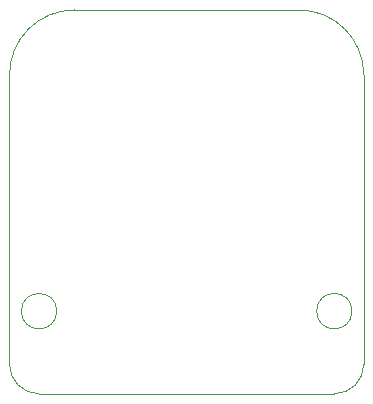
<source format=gbr>
G04 (created by PCBNEW (2013-jul-07)-stable) date Sat 02 Aug 2014 04:43:44 PM EDT*
%MOIN*%
G04 Gerber Fmt 3.4, Leading zero omitted, Abs format*
%FSLAX34Y34*%
G01*
G70*
G90*
G04 APERTURE LIST*
%ADD10C,0.00590551*%
%ADD11C,0.00393701*%
G04 APERTURE END LIST*
G54D10*
G54D11*
X145155Y-89000D02*
G75*
G03X142990Y-86834I-2165J0D01*
G74*
G01*
X135509Y-86834D02*
G75*
G03X133344Y-89000I0J-2165D01*
G74*
G01*
X133344Y-98645D02*
X133344Y-89000D01*
X133344Y-98645D02*
G75*
G03X134328Y-99629I984J0D01*
G74*
G01*
X144171Y-99629D02*
G75*
G03X145155Y-98645I0J984D01*
G74*
G01*
X144171Y-99629D02*
X134328Y-99629D01*
X145155Y-89000D02*
X145155Y-98645D01*
X135509Y-86834D02*
X142990Y-86834D01*
X134919Y-96874D02*
G75*
G03X134919Y-96874I-590J0D01*
G74*
G01*
X144761Y-96874D02*
G75*
G03X144761Y-96874I-590J0D01*
G74*
G01*
M02*

</source>
